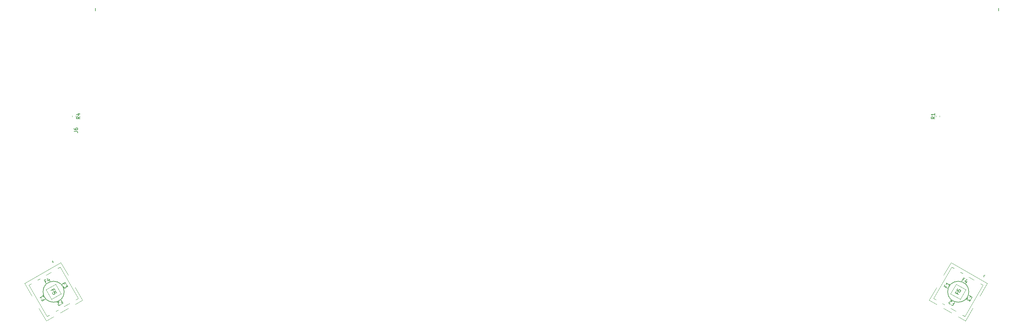
<source format=gbr>
G04 #@! TF.GenerationSoftware,KiCad,Pcbnew,(5.1.6)-1*
G04 #@! TF.CreationDate,2020-09-28T23:27:37+08:00*
G04 #@! TF.ProjectId,Cantaloupe,43616e74-616c-46f7-9570-652e6b696361,rev?*
G04 #@! TF.SameCoordinates,Original*
G04 #@! TF.FileFunction,Legend,Top*
G04 #@! TF.FilePolarity,Positive*
%FSLAX46Y46*%
G04 Gerber Fmt 4.6, Leading zero omitted, Abs format (unit mm)*
G04 Created by KiCad (PCBNEW (5.1.6)-1) date 2020-09-28 23:27:37*
%MOMM*%
%LPD*%
G01*
G04 APERTURE LIST*
%ADD10C,0.120000*%
%ADD11C,0.150000*%
G04 APERTURE END LIST*
D10*
X84230309Y-139905643D02*
G75*
G03*
X84230309Y-139905643I-2900000J0D01*
G01*
X80753819Y-142057133D02*
X79178819Y-139329153D01*
X80753819Y-142057133D02*
X83481799Y-140482133D01*
X81906799Y-137754153D02*
X83481799Y-140482133D01*
X81906799Y-137754153D02*
X79178819Y-139329153D01*
X87604218Y-142172373D02*
X88297039Y-141772373D01*
X80156400Y-146472373D02*
X79463579Y-146872373D01*
X85785565Y-143222373D02*
X84313322Y-144072373D01*
X82581271Y-145072373D02*
X81975053Y-145422373D01*
X75056400Y-137638913D02*
X74363579Y-138038913D01*
X77481271Y-136238913D02*
X76875053Y-136588913D01*
X80685565Y-134388913D02*
X79213322Y-135238913D01*
X79463579Y-146872373D02*
X74363579Y-138038913D01*
X82504218Y-133338913D02*
X83197039Y-132938913D01*
X83197039Y-132938913D02*
X88297039Y-141772373D01*
X338723680Y-139905641D02*
G75*
G03*
X338723680Y-139905641I-2900000J0D01*
G01*
X333672190Y-140482131D02*
X335247190Y-137754151D01*
X333672190Y-140482131D02*
X336400170Y-142057131D01*
X337975170Y-139329151D02*
X336400170Y-142057131D01*
X337975170Y-139329151D02*
X335247190Y-137754151D01*
X336997589Y-146472371D02*
X337690410Y-146872371D01*
X329549771Y-142172371D02*
X328856950Y-141772371D01*
X335178936Y-145422371D02*
X333706693Y-144572371D01*
X331974642Y-143572371D02*
X331368424Y-143222371D01*
X334649771Y-133338911D02*
X333956950Y-132938911D01*
X337074642Y-134738911D02*
X336468424Y-134388911D01*
X340278936Y-136588911D02*
X338806693Y-135738911D01*
X328856950Y-141772371D02*
X333956950Y-132938911D01*
X342097589Y-137638911D02*
X342790410Y-138038911D01*
X342790410Y-138038911D02*
X337690410Y-146872371D01*
X338823680Y-139905641D02*
G75*
G03*
X338823680Y-139905641I-3000000J0D01*
G01*
X331714130Y-135223590D02*
X333764130Y-131672886D01*
X341933230Y-141123590D02*
X343983230Y-137572886D01*
X342974384Y-135720258D02*
X342864577Y-135310450D01*
X342864577Y-135310450D02*
X343274384Y-135200643D01*
X339933230Y-144587692D02*
X337883230Y-148138396D01*
X343274384Y-135200643D02*
X342974384Y-135720258D01*
X343983230Y-137572886D02*
X333764130Y-131672886D01*
X337883230Y-148138396D02*
X335804769Y-146938396D01*
X327664130Y-142238396D02*
X329714130Y-138687692D01*
X333899513Y-145838396D02*
X331647847Y-144538396D01*
X329742591Y-143438396D02*
X327664130Y-142238396D01*
X336256693Y-140155641D02*
X335390667Y-139655641D01*
X336073680Y-139472628D02*
X335573680Y-140338654D01*
X84330309Y-139905643D02*
G75*
G03*
X84330309Y-139905643I-3000000J0D01*
G01*
X75220759Y-141123592D02*
X73170759Y-137572888D01*
X85439859Y-135223592D02*
X83389859Y-131672888D01*
X81281013Y-131620260D02*
X80871206Y-131510452D01*
X80871206Y-131510452D02*
X80981013Y-131100645D01*
X87439859Y-138687694D02*
X89489859Y-142238398D01*
X80981013Y-131100645D02*
X81281013Y-131620260D01*
X83389859Y-131672888D02*
X73170759Y-137572888D01*
X89489859Y-142238398D02*
X87411398Y-143438398D01*
X79270759Y-148138398D02*
X77220759Y-144587694D01*
X85506142Y-144538398D02*
X83254476Y-145838398D01*
X81349220Y-146938398D02*
X79270759Y-148138398D01*
X81763322Y-139655643D02*
X80897296Y-140155643D01*
X81080309Y-139472630D02*
X81580309Y-140338656D01*
X87561395Y-90262436D02*
X87561395Y-90604970D01*
X86541395Y-90262436D02*
X86541395Y-90604970D01*
X330612598Y-90262434D02*
X330612598Y-90604968D01*
X329592598Y-90262434D02*
X329592598Y-90604968D01*
D11*
X81225501Y-139581253D02*
X81058834Y-139292578D01*
X80605202Y-139554483D02*
X81471227Y-139054483D01*
X81709322Y-139466876D01*
X82137894Y-140209183D02*
X81899799Y-139796790D01*
X81463596Y-139993646D01*
X81528645Y-140011076D01*
X81617503Y-140069745D01*
X81736551Y-140275942D01*
X81742931Y-140382230D01*
X81725501Y-140447278D01*
X81666832Y-140536137D01*
X81460635Y-140655184D01*
X81354347Y-140661564D01*
X81289298Y-140644134D01*
X81200440Y-140585465D01*
X81081392Y-140379269D01*
X81075013Y-140272981D01*
X81092442Y-140207932D01*
X79205919Y-136892759D02*
X78917244Y-137059426D01*
X79179149Y-137513058D02*
X78679149Y-136647033D01*
X79091542Y-136408938D01*
X79959277Y-136292851D02*
X80292610Y-136870201D01*
X79562604Y-136081984D02*
X79713550Y-136819621D01*
X80249661Y-136510097D01*
X84343192Y-137781253D02*
X84176525Y-137492578D01*
X83722893Y-137754483D02*
X84588918Y-137254483D01*
X84827013Y-137666876D01*
X84969871Y-137914312D02*
X85279394Y-138450423D01*
X84782813Y-138352224D01*
X84854242Y-138475942D01*
X84860622Y-138582230D01*
X84843192Y-138647278D01*
X84784523Y-138736137D01*
X84578326Y-138855184D01*
X84472038Y-138861564D01*
X84406989Y-138844134D01*
X84318131Y-138785465D01*
X84175274Y-138538030D01*
X84168894Y-138431741D01*
X84186324Y-138366693D01*
X83454698Y-142918526D02*
X83743373Y-142751859D01*
X83481468Y-142298227D02*
X83981468Y-143164252D01*
X83569075Y-143402347D01*
X83232781Y-143486535D02*
X83215351Y-143551584D01*
X83156682Y-143640443D01*
X82950486Y-143759490D01*
X82844198Y-143765870D01*
X82779149Y-143748440D01*
X82690290Y-143689771D01*
X82642671Y-143607293D01*
X82612482Y-143459765D01*
X82821639Y-142679179D01*
X82285528Y-142988703D01*
X78317425Y-142030032D02*
X78484092Y-142318707D01*
X78937724Y-142056802D02*
X78071699Y-142556802D01*
X77833604Y-142144409D01*
X78247248Y-140860862D02*
X78532962Y-141355734D01*
X78390105Y-141108298D02*
X77524080Y-141608298D01*
X77695417Y-141619348D01*
X77825514Y-141654208D01*
X77914373Y-141712877D01*
X335595154Y-140158601D02*
X335428487Y-140447276D01*
X335882120Y-140709181D02*
X335016094Y-140209181D01*
X335254189Y-139796788D01*
X335682761Y-139054481D02*
X335444666Y-139466874D01*
X335833249Y-139746208D01*
X335815819Y-139681159D01*
X335822199Y-139574871D01*
X335941247Y-139368675D01*
X336030105Y-139310006D01*
X336095154Y-139292576D01*
X336201442Y-139298956D01*
X336407639Y-139418003D01*
X336466308Y-139506862D01*
X336483737Y-139571910D01*
X336477358Y-139678199D01*
X336358310Y-139884395D01*
X336269452Y-139943064D01*
X336204403Y-139960494D01*
X337370719Y-136559424D02*
X337082044Y-136392757D01*
X336820139Y-136846390D02*
X337320139Y-135980364D01*
X337732532Y-136218459D01*
X338266933Y-136911896D02*
X337933600Y-137489247D01*
X338251213Y-136462934D02*
X337687874Y-136962476D01*
X338223985Y-137272000D01*
X339169896Y-141452680D02*
X339336563Y-141164005D01*
X338882930Y-140902100D02*
X339748956Y-141402100D01*
X339510861Y-141814493D01*
X339368003Y-142061929D02*
X339058480Y-142598040D01*
X338895232Y-142118888D01*
X338823803Y-142242606D01*
X338734945Y-142301275D01*
X338669896Y-142318705D01*
X338563608Y-142312325D01*
X338357411Y-142193278D01*
X338298742Y-142104419D01*
X338281313Y-142039371D01*
X338287692Y-141933082D01*
X338430549Y-141685647D01*
X338519408Y-141626977D01*
X338584457Y-141609548D01*
X334276640Y-143251857D02*
X334565315Y-143418524D01*
X334827220Y-142964891D02*
X334327220Y-143830917D01*
X333914827Y-143592822D01*
X333673771Y-143343676D02*
X333608722Y-143361106D01*
X333502434Y-143354726D01*
X333296238Y-143235679D01*
X333237569Y-143146820D01*
X333220139Y-143081772D01*
X333226518Y-142975483D01*
X333274138Y-142893005D01*
X333386805Y-142793096D01*
X334167391Y-142583939D01*
X333631280Y-142274415D01*
X332477463Y-138358601D02*
X332310796Y-138647276D01*
X332764429Y-138909181D02*
X331898403Y-138409181D01*
X332136498Y-137996788D01*
X333454905Y-137713241D02*
X333169190Y-138208113D01*
X333312048Y-137960677D02*
X332446022Y-137460677D01*
X332522121Y-137614584D01*
X332556981Y-137744682D01*
X332550601Y-137850970D01*
X87124775Y-94733333D02*
X87839061Y-94733333D01*
X87981918Y-94780952D01*
X88077156Y-94876190D01*
X88124775Y-95019047D01*
X88124775Y-95114285D01*
X87124775Y-93828571D02*
X87124775Y-94019047D01*
X87172395Y-94114285D01*
X87220014Y-94161904D01*
X87362871Y-94257142D01*
X87553347Y-94304761D01*
X87934299Y-94304761D01*
X88029537Y-94257142D01*
X88077156Y-94209523D01*
X88124775Y-94114285D01*
X88124775Y-93923809D01*
X88077156Y-93828571D01*
X88029537Y-93780952D01*
X87934299Y-93733333D01*
X87696204Y-93733333D01*
X87600966Y-93780952D01*
X87553347Y-93828571D01*
X87505728Y-93923809D01*
X87505728Y-94114285D01*
X87553347Y-94209523D01*
X87600966Y-94257142D01*
X87696204Y-94304761D01*
X93096823Y-60732155D02*
X93096823Y-59970250D01*
X347167026Y-60732155D02*
X347167026Y-59970250D01*
X88773775Y-90600369D02*
X88297585Y-90933703D01*
X88773775Y-91171798D02*
X87773775Y-91171798D01*
X87773775Y-90790845D01*
X87821395Y-90695607D01*
X87869014Y-90647988D01*
X87964252Y-90600369D01*
X88107109Y-90600369D01*
X88202347Y-90647988D01*
X88249966Y-90695607D01*
X88297585Y-90790845D01*
X88297585Y-91171798D01*
X88107109Y-89743226D02*
X88773775Y-89743226D01*
X87726156Y-89981322D02*
X88440442Y-90219417D01*
X88440442Y-89600369D01*
X329208781Y-90600362D02*
X328732591Y-90933696D01*
X329208781Y-91171791D02*
X328208781Y-91171791D01*
X328208781Y-90790838D01*
X328256401Y-90695600D01*
X328304020Y-90647981D01*
X328399258Y-90600362D01*
X328542115Y-90600362D01*
X328637353Y-90647981D01*
X328684972Y-90695600D01*
X328732591Y-90790838D01*
X328732591Y-91171791D01*
X329208781Y-89647981D02*
X329208781Y-90219410D01*
X329208781Y-89933696D02*
X328208781Y-89933696D01*
X328351639Y-90028934D01*
X328446877Y-90124172D01*
X328494496Y-90219410D01*
M02*

</source>
